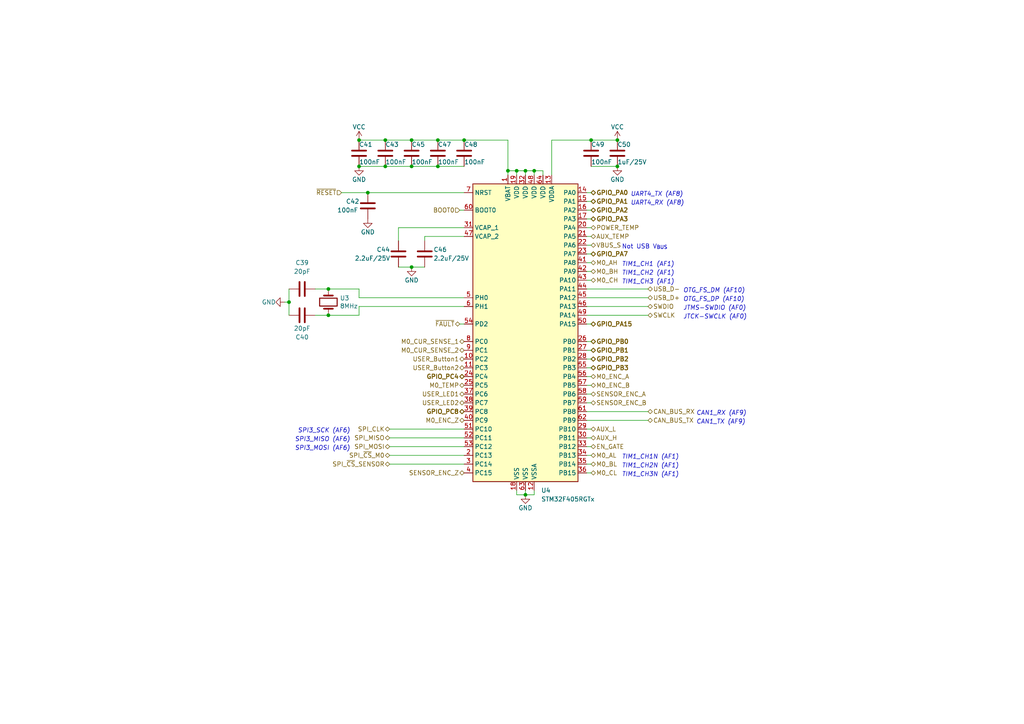
<source format=kicad_sch>
(kicad_sch (version 20211123) (generator eeschema)
  (paper "A4")
  (title_block (comment 1 "Output current sunk/source by any I/Os and control pin is 25mA MAX"))
  (lib_symbols
    (symbol "Device:C" (pin_numbers hide) (pin_names (offset 0.254))
      (property "Reference" "C" (at 0.635 2.54 0))
      (property "Value" "C" (at 0.635 -2.54 0))
      (symbol "C_0_1"
        (polyline (pts (xy -2.032 -0.762) (xy 2.032 -0.762)) (stroke (width 0.508)))
        (polyline (pts (xy -2.032 0.762) (xy 2.032 0.762)) (stroke (width 0.508)))
      )
      (symbol "C_1_1"
        (pin passive line (at 0 3.81 270) (length 2.794) (name "~") (number "1"))
        (pin passive line (at 0 -3.81 90) (length 2.794) (name "~") (number "2"))
      )
    )
    (symbol "Device:Crystal" (pin_numbers hide) (pin_names (offset 1.016) hide)
      (property "Reference" "Y" (at 0 3.81 0))
      (property "Value" "Crystal" (at 0 -3.81 0))
      (symbol "Crystal_0_1"
        (rectangle (start -1.143 2.54) (end 1.143 -2.54) (stroke (width 0.3048)))
        (polyline (pts (xy -2.54 0) (xy -1.905 0)))
        (polyline (pts (xy -1.905 -1.27) (xy -1.905 1.27)) (stroke (width 0.508)))
        (polyline (pts (xy 1.905 -1.27) (xy 1.905 1.27)) (stroke (width 0.508)))
        (polyline (pts (xy 2.54 0) (xy 1.905 0)))
      )
      (symbol "Crystal_1_1"
        (pin passive line (at -3.81 0 0) (length 1.27) (name "1") (number "1"))
        (pin passive line (at 3.81 0 180) (length 1.27) (name "2") (number "2"))
      )
    )
    (symbol "MCU_ST_STM32F4:STM32F405RGTx"
      (property "Reference" "U" (at -15.24 44.45 0))
      (property "Value" "STM32F405RGTx" (at 10.16 44.45 0))
      (symbol "STM32F405RGTx_0_1"
        (rectangle (start -15.24 -43.18) (end 15.24 43.18) (stroke (width 0.254)) (fill (type background)))
      )
      (symbol "STM32F405RGTx_1_1"
        (pin power_in line (at -5.08 45.72 270) (length 2.54) (name "VBAT") (number "1"))
        (pin bidirectional line (at -17.78 -7.62 0) (length 2.54) (name "PC2") (number "10"))
        (pin bidirectional line (at -17.78 -10.16 0) (length 2.54) (name "PC3") (number "11"))
        (pin power_in line (at 2.54 -45.72 90) (length 2.54) (name "VSSA") (number "12"))
        (pin power_in line (at 7.62 45.72 270) (length 2.54) (name "VDDA") (number "13"))
        (pin bidirectional line (at 17.78 40.64 180) (length 2.54) (name "PA0") (number "14"))
        (pin bidirectional line (at 17.78 38.1 180) (length 2.54) (name "PA1") (number "15"))
        (pin bidirectional line (at 17.78 35.56 180) (length 2.54) (name "PA2") (number "16"))
        (pin bidirectional line (at 17.78 33.02 180) (length 2.54) (name "PA3") (number "17"))
        (pin power_in line (at -2.54 -45.72 90) (length 2.54) (name "VSS") (number "18"))
        (pin power_in line (at -2.54 45.72 270) (length 2.54) (name "VDD") (number "19"))
        (pin bidirectional line (at -17.78 -35.56 0) (length 2.54) (name "PC13") (number "2"))
        (pin bidirectional line (at 17.78 30.48 180) (length 2.54) (name "PA4") (number "20"))
        (pin bidirectional line (at 17.78 27.94 180) (length 2.54) (name "PA5") (number "21"))
        (pin bidirectional line (at 17.78 25.4 180) (length 2.54) (name "PA6") (number "22"))
        (pin bidirectional line (at 17.78 22.86 180) (length 2.54) (name "PA7") (number "23"))
        (pin bidirectional line (at -17.78 -12.7 0) (length 2.54) (name "PC4") (number "24"))
        (pin bidirectional line (at -17.78 -15.24 0) (length 2.54) (name "PC5") (number "25"))
        (pin bidirectional line (at 17.78 -2.54 180) (length 2.54) (name "PB0") (number "26"))
        (pin bidirectional line (at 17.78 -5.08 180) (length 2.54) (name "PB1") (number "27"))
        (pin bidirectional line (at 17.78 -7.62 180) (length 2.54) (name "PB2") (number "28"))
        (pin bidirectional line (at 17.78 -27.94 180) (length 2.54) (name "PB10") (number "29"))
        (pin bidirectional line (at -17.78 -38.1 0) (length 2.54) (name "PC14") (number "3"))
        (pin bidirectional line (at 17.78 -30.48 180) (length 2.54) (name "PB11") (number "30"))
        (pin power_in line (at -17.78 30.48 0) (length 2.54) (name "VCAP_1") (number "31"))
        (pin power_in line (at 0 45.72 270) (length 2.54) (name "VDD") (number "32"))
        (pin bidirectional line (at 17.78 -33.02 180) (length 2.54) (name "PB12") (number "33"))
        (pin bidirectional line (at 17.78 -35.56 180) (length 2.54) (name "PB13") (number "34"))
        (pin bidirectional line (at 17.78 -38.1 180) (length 2.54) (name "PB14") (number "35"))
        (pin bidirectional line (at 17.78 -40.64 180) (length 2.54) (name "PB15") (number "36"))
        (pin bidirectional line (at -17.78 -17.78 0) (length 2.54) (name "PC6") (number "37"))
        (pin bidirectional line (at -17.78 -20.32 0) (length 2.54) (name "PC7") (number "38"))
        (pin bidirectional line (at -17.78 -22.86 0) (length 2.54) (name "PC8") (number "39"))
        (pin bidirectional line (at -17.78 -40.64 0) (length 2.54) (name "PC15") (number "4"))
        (pin bidirectional line (at -17.78 -25.4 0) (length 2.54) (name "PC9") (number "40"))
        (pin bidirectional line (at 17.78 20.32 180) (length 2.54) (name "PA8") (number "41"))
        (pin bidirectional line (at 17.78 17.78 180) (length 2.54) (name "PA9") (number "42"))
        (pin bidirectional line (at 17.78 15.24 180) (length 2.54) (name "PA10") (number "43"))
        (pin bidirectional line (at 17.78 12.7 180) (length 2.54) (name "PA11") (number "44"))
        (pin bidirectional line (at 17.78 10.16 180) (length 2.54) (name "PA12") (number "45"))
        (pin bidirectional line (at 17.78 7.62 180) (length 2.54) (name "PA13") (number "46"))
        (pin power_in line (at -17.78 27.94 0) (length 2.54) (name "VCAP_2") (number "47"))
        (pin power_in line (at 2.54 45.72 270) (length 2.54) (name "VDD") (number "48"))
        (pin bidirectional line (at 17.78 5.08 180) (length 2.54) (name "PA14") (number "49"))
        (pin input line (at -17.78 10.16 0) (length 2.54) (name "PH0") (number "5"))
        (pin bidirectional line (at 17.78 2.54 180) (length 2.54) (name "PA15") (number "50"))
        (pin bidirectional line (at -17.78 -27.94 0) (length 2.54) (name "PC10") (number "51"))
        (pin bidirectional line (at -17.78 -30.48 0) (length 2.54) (name "PC11") (number "52"))
        (pin bidirectional line (at -17.78 -33.02 0) (length 2.54) (name "PC12") (number "53"))
        (pin bidirectional line (at -17.78 2.54 0) (length 2.54) (name "PD2") (number "54"))
        (pin bidirectional line (at 17.78 -10.16 180) (length 2.54) (name "PB3") (number "55"))
        (pin bidirectional line (at 17.78 -12.7 180) (length 2.54) (name "PB4") (number "56"))
        (pin bidirectional line (at 17.78 -15.24 180) (length 2.54) (name "PB5") (number "57"))
        (pin bidirectional line (at 17.78 -17.78 180) (length 2.54) (name "PB6") (number "58"))
        (pin bidirectional line (at 17.78 -20.32 180) (length 2.54) (name "PB7") (number "59"))
        (pin input line (at -17.78 7.62 0) (length 2.54) (name "PH1") (number "6"))
        (pin input line (at -17.78 35.56 0) (length 2.54) (name "BOOT0") (number "60"))
        (pin bidirectional line (at 17.78 -22.86 180) (length 2.54) (name "PB8") (number "61"))
        (pin bidirectional line (at 17.78 -25.4 180) (length 2.54) (name "PB9") (number "62"))
        (pin power_in line (at 0 -45.72 90) (length 2.54) (name "VSS") (number "63"))
        (pin power_in line (at 5.08 45.72 270) (length 2.54) (name "VDD") (number "64"))
        (pin input line (at -17.78 40.64 0) (length 2.54) (name "NRST") (number "7"))
        (pin bidirectional line (at -17.78 -2.54 0) (length 2.54) (name "PC0") (number "8"))
        (pin bidirectional line (at -17.78 -5.08 0) (length 2.54) (name "PC1") (number "9"))
      )
    )
    (symbol "power:GND" (power) (pin_names (offset 0))
      (property "Value" "GND" (at 0 -3.81 0))
      (symbol "GND_0_1"
        (polyline (pts (xy 0 0) (xy 0 -1.27) (xy 1.27 -1.27) (xy 0 -2.54) (xy -1.27 -1.27) (xy 0 -1.27)))
      )
      (symbol "GND_1_1"
        (pin power_in line (at 0 0 270) (length 0) hide (name "GND") (number "1"))
      )
    )
    (symbol "power:VCC" (power) (pin_names (offset 0))
      (property "Value" "VCC" (at 0 3.81 0))
      (symbol "VCC_0_1"
        (polyline (pts (xy -0.762 1.27) (xy 0 2.54)))
        (polyline (pts (xy 0 0) (xy 0 2.54)))
        (polyline (pts (xy 0 2.54) (xy 0.762 1.27)))
      )
      (symbol "VCC_1_1"
        (pin power_in line (at 0 0 90) (length 0) hide (name "VCC") (number "1"))
      )
    )
  )
  (junction (at 149.86 49.53))
  (junction (at 104.14 48.26))
  (junction (at 83.82 87.63))
  (junction (at 152.4 143.51))
  (junction (at 134.62 40.64))
  (junction (at 119.38 40.64))
  (junction (at 127 48.26))
  (junction (at 104.14 40.64))
  (junction (at 111.76 48.26))
  (junction (at 154.94 49.53))
  (junction (at 119.38 48.26))
  (junction (at 95.25 91.44))
  (junction (at 147.32 49.53))
  (junction (at 152.4 49.53))
  (junction (at 106.68 55.88))
  (junction (at 171.45 40.64))
  (junction (at 119.38 77.47))
  (junction (at 95.25 83.82))
  (junction (at 179.07 48.26))
  (junction (at 111.76 40.64))
  (junction (at 127 40.64))
  (junction (at 179.07 40.64))
  (wire (pts (xy 171.45 68.58) (xy 170.18 68.58)))
  (wire (pts (xy 154.94 49.53) (xy 154.94 50.8)))
  (wire (pts (xy 83.82 83.82) (xy 83.82 87.63)))
  (wire (pts (xy 113.03 127) (xy 134.62 127)))
  (wire (pts (xy 149.86 142.24) (xy 149.86 143.51)))
  (wire (pts (xy 104.14 83.82) (xy 95.25 83.82)))
  (wire (pts (xy 82.55 87.63) (xy 83.82 87.63)))
  (wire (pts (xy 171.45 78.74) (xy 170.18 78.74)))
  (wire (pts (xy 171.45 114.3) (xy 170.18 114.3)))
  (wire (pts (xy 171.45 129.54) (xy 170.18 129.54)))
  (wire (pts (xy 187.96 91.44) (xy 170.18 91.44)))
  (wire (pts (xy 171.45 106.68) (xy 170.18 106.68)))
  (wire (pts (xy 91.44 91.44) (xy 95.25 91.44)))
  (wire (pts (xy 152.4 49.53) (xy 149.86 49.53)))
  (wire (pts (xy 171.45 137.16) (xy 170.18 137.16)))
  (wire (pts (xy 171.45 71.12) (xy 170.18 71.12)))
  (wire (pts (xy 133.35 93.98) (xy 134.62 93.98)))
  (wire (pts (xy 171.45 111.76) (xy 170.18 111.76)))
  (wire (pts (xy 187.96 88.9) (xy 170.18 88.9)))
  (wire (pts (xy 149.86 143.51) (xy 152.4 143.51)))
  (wire (pts (xy 152.4 49.53) (xy 152.4 50.8)))
  (wire (pts (xy 149.86 49.53) (xy 147.32 49.53)))
  (wire (pts (xy 154.94 143.51) (xy 154.94 142.24)))
  (wire (pts (xy 134.62 66.04) (xy 115.57 66.04)))
  (wire (pts (xy 170.18 121.92) (xy 187.96 121.92)))
  (wire (pts (xy 171.45 93.98) (xy 170.18 93.98)))
  (wire (pts (xy 171.45 40.64) (xy 179.07 40.64)))
  (wire (pts (xy 171.45 55.88) (xy 170.18 55.88)))
  (wire (pts (xy 111.76 40.64) (xy 104.14 40.64)))
  (wire (pts (xy 154.94 49.53) (xy 152.4 49.53)))
  (wire (pts (xy 171.45 66.04) (xy 170.18 66.04)))
  (wire (pts (xy 147.32 40.64) (xy 134.62 40.64)))
  (wire (pts (xy 171.45 101.6) (xy 170.18 101.6)))
  (wire (pts (xy 171.45 127) (xy 170.18 127)))
  (wire (pts (xy 134.62 86.36) (xy 104.14 86.36)))
  (wire (pts (xy 119.38 40.64) (xy 111.76 40.64)))
  (wire (pts (xy 171.45 132.08) (xy 170.18 132.08)))
  (wire (pts (xy 134.62 40.64) (xy 127 40.64)))
  (wire (pts (xy 104.14 86.36) (xy 104.14 83.82)))
  (wire (pts (xy 134.62 68.58) (xy 123.19 68.58)))
  (wire (pts (xy 171.45 124.46) (xy 170.18 124.46)))
  (wire (pts (xy 160.02 40.64) (xy 171.45 40.64)))
  (wire (pts (xy 171.45 76.2) (xy 170.18 76.2)))
  (wire (pts (xy 119.38 77.47) (xy 123.19 77.47)))
  (wire (pts (xy 111.76 48.26) (xy 119.38 48.26)))
  (wire (pts (xy 104.14 48.26) (xy 111.76 48.26)))
  (wire (pts (xy 157.48 50.8) (xy 157.48 49.53)))
  (wire (pts (xy 171.45 48.26) (xy 179.07 48.26)))
  (wire (pts (xy 171.45 60.96) (xy 170.18 60.96)))
  (wire (pts (xy 171.45 99.06) (xy 170.18 99.06)))
  (wire (pts (xy 170.18 83.82) (xy 187.96 83.82)))
  (wire (pts (xy 123.19 68.58) (xy 123.19 69.85)))
  (wire (pts (xy 91.44 83.82) (xy 95.25 83.82)))
  (wire (pts (xy 106.68 55.88) (xy 134.62 55.88)))
  (wire (pts (xy 134.62 88.9) (xy 104.14 88.9)))
  (wire (pts (xy 171.45 116.84) (xy 170.18 116.84)))
  (wire (pts (xy 104.14 88.9) (xy 104.14 91.44)))
  (wire (pts (xy 127 40.64) (xy 119.38 40.64)))
  (wire (pts (xy 113.03 134.62) (xy 134.62 134.62)))
  (wire (pts (xy 119.38 48.26) (xy 127 48.26)))
  (wire (pts (xy 104.14 91.44) (xy 95.25 91.44)))
  (wire (pts (xy 171.45 109.22) (xy 170.18 109.22)))
  (wire (pts (xy 171.45 81.28) (xy 170.18 81.28)))
  (wire (pts (xy 133.35 60.96) (xy 134.62 60.96)))
  (wire (pts (xy 152.4 143.51) (xy 154.94 143.51)))
  (wire (pts (xy 147.32 49.53) (xy 147.32 40.64)))
  (wire (pts (xy 171.45 63.5) (xy 170.18 63.5)))
  (wire (pts (xy 83.82 87.63) (xy 83.82 91.44)))
  (wire (pts (xy 171.45 58.42) (xy 170.18 58.42)))
  (wire (pts (xy 149.86 49.53) (xy 149.86 50.8)))
  (wire (pts (xy 99.06 55.88) (xy 106.68 55.88)))
  (wire (pts (xy 171.45 73.66) (xy 170.18 73.66)))
  (wire (pts (xy 113.03 124.46) (xy 134.62 124.46)))
  (wire (pts (xy 160.02 50.8) (xy 160.02 40.64)))
  (wire (pts (xy 170.18 119.38) (xy 187.96 119.38)))
  (wire (pts (xy 152.4 142.24) (xy 152.4 143.51)))
  (wire (pts (xy 127 48.26) (xy 134.62 48.26)))
  (wire (pts (xy 115.57 66.04) (xy 115.57 69.85)))
  (wire (pts (xy 115.57 77.47) (xy 119.38 77.47)))
  (wire (pts (xy 113.03 132.08) (xy 134.62 132.08)))
  (wire (pts (xy 113.03 129.54) (xy 134.62 129.54)))
  (wire (pts (xy 171.45 134.62) (xy 170.18 134.62)))
  (wire (pts (xy 170.18 86.36) (xy 187.96 86.36)))
  (wire (pts (xy 147.32 49.53) (xy 147.32 50.8)))
  (wire (pts (xy 157.48 49.53) (xy 154.94 49.53)))
  (wire (pts (xy 171.45 104.14) (xy 170.18 104.14)))
  (text "UART4_TX (AF8)" (at 182.88 57.15 0) (effects (font (size 1.27 1.27) italic) (justify left bottom)))
  (text "TIM1_CH2 (AF1)" (at 180.34 80.01 0) (effects (font (size 1.27 1.27) italic) (justify left bottom)))
  (text "TIM1_CH1 (AF1)" (at 180.34 77.47 0) (effects (font (size 1.27 1.27) italic) (justify left bottom)))
  (text "TIM1_CH1N (AF1)" (at 180.34 133.35 0) (effects (font (size 1.27 1.27) italic) (justify left bottom)))
  (text "TIM1_CH2N (AF1)" (at 180.34 135.89 0) (effects (font (size 1.27 1.27) italic) (justify left bottom)))
  (text "TIM1_CH3 (AF1)" (at 180.34 82.55 0) (effects (font (size 1.27 1.27) italic) (justify left bottom)))
  (text "TIM1_CH3N (AF1)" (at 180.34 138.43 0) (effects (font (size 1.27 1.27) italic) (justify left bottom)))
  (text "SPI3_SCK (AF6)" (at 101.6 125.73 180) (effects (font (size 1.27 1.27) italic) (justify right bottom)))
  (text "JTMS-SWDIO (AF0)" (at 198.12 90.17 0) (effects (font (size 1.27 1.27) italic) (justify left bottom)))
  (text "SPI3_MOSI (AF6)" (at 101.6 130.81 180) (effects (font (size 1.27 1.27) italic) (justify right bottom)))
  (text "SPI3_MISO (AF6)" (at 101.6 128.27 180) (effects (font (size 1.27 1.27) italic) (justify right bottom)))
  (text "OTG_FS_DM (AF10)" (at 198.12 85.09 0) (effects (font (size 1.27 1.27) italic) (justify left bottom)))
  (text "CAN1_RX (AF9)" (at 201.93 120.65 0) (effects (font (size 1.27 1.27) italic) (justify left bottom)))
  (text "JTCK-SWCLK (AF0)" (at 198.12 92.71 0) (effects (font (size 1.27 1.27) italic) (justify left bottom)))
  (text "Not USB V_{BUS}" (at 180.34 72.39 0) (effects (font (size 1.27 1.27)) (justify left bottom)))
  (text "OTG_FS_DP (AF10)" (at 198.12 87.63 0) (effects (font (size 1.27 1.27) italic) (justify left bottom)))
  (text "CAN1_TX (AF9)" (at 201.93 123.19 0) (effects (font (size 1.27 1.27) italic) (justify left bottom)))
  (text "UART4_RX (AF8)" (at 182.88 59.69 0) (effects (font (size 1.27 1.27) italic) (justify left bottom)))
  (hierarchical_label "GPIO_PA15" (shape bidirectional) (at 171.45 93.98 0) (effects (font (thickness 0.254) bold)))
  (hierarchical_label "USER_LED1" (shape bidirectional) (at 134.62 114.3 180))
  (hierarchical_label "AUX_L" (shape bidirectional) (at 171.45 124.46 0))
  (hierarchical_label "M0_BH" (shape bidirectional) (at 171.45 78.74 0))
  (hierarchical_label "SWDIO" (shape bidirectional) (at 187.96 88.9 0))
  (hierarchical_label "M0_AL" (shape bidirectional) (at 171.45 132.08 0))
  (hierarchical_label "POWER_TEMP" (shape bidirectional) (at 171.45 66.04 0))
  (hierarchical_label "GPIO_PA2" (shape bidirectional) (at 171.45 60.96 0) (effects (font (thickness 0.254) bold)))
  (hierarchical_label "M0_CUR_SENSE_1" (shape bidirectional) (at 134.62 99.06 180))
  (hierarchical_label "M0_ENC_B" (shape bidirectional) (at 171.45 111.76 0))
  (hierarchical_label "CAN_BUS_TX" (shape bidirectional) (at 187.96 121.92 0))
  (hierarchical_label "USER_Button2" (shape bidirectional) (at 134.62 106.68 180))
  (hierarchical_label "GPIO_PC8" (shape bidirectional) (at 134.62 119.38 180) (effects (font (thickness 0.254) bold)))
  (hierarchical_label "SENSOR_ENC_B" (shape bidirectional) (at 171.45 116.84 0))
  (hierarchical_label "GPIO_PA3" (shape bidirectional) (at 171.45 63.5 0) (effects (font (thickness 0.254) bold)))
  (hierarchical_label "SWCLK" (shape bidirectional) (at 187.96 91.44 0))
  (hierarchical_label "M0_TEMP" (shape bidirectional) (at 134.62 111.76 180))
  (hierarchical_label "AUX_TEMP" (shape bidirectional) (at 171.45 68.58 0))
  (hierarchical_label "USER_LED2" (shape bidirectional) (at 134.62 116.84 180))
  (hierarchical_label "M0_CH" (shape bidirectional) (at 171.45 81.28 0))
  (hierarchical_label "USB_D+" (shape bidirectional) (at 187.96 86.36 0))
  (hierarchical_label "VBUS_S" (shape bidirectional) (at 171.45 71.12 0))
  (hierarchical_label "SPI_~{CS}_M0" (shape bidirectional) (at 113.03 132.08 180))
  (hierarchical_label "GPIO_PC4" (shape bidirectional) (at 134.62 109.22 180) (effects (font (thickness 0.254) bold)))
  (hierarchical_label "SENSOR_ENC_A" (shape bidirectional) (at 171.45 114.3 0))
  (hierarchical_label "GPIO_PB3" (shape bidirectional) (at 171.45 106.68 0) (effects (font (thickness 0.254) bold)))
  (hierarchical_label "M0_AH" (shape bidirectional) (at 171.45 76.2 0))
  (hierarchical_label "SENSOR_ENC_Z" (shape bidirectional) (at 134.62 137.16 180))
  (hierarchical_label "M0_BL" (shape bidirectional) (at 171.45 134.62 0))
  (hierarchical_label "GPIO_PB0" (shape bidirectional) (at 171.45 99.06 0) (effects (font (thickness 0.254) bold)))
  (hierarchical_label "BOOT0" (shape input) (at 133.35 60.96 180))
  (hierarchical_label "GPIO_PA1" (shape bidirectional) (at 171.45 58.42 0) (effects (font (thickness 0.254) bold)))
  (hierarchical_label "SPI_MISO" (shape bidirectional) (at 113.03 127 180))
  (hierarchical_label "~{RESET}" (shape input) (at 99.06 55.88 180))
  (hierarchical_label "SPI_~{CS}_SENSOR" (shape bidirectional) (at 113.03 134.62 180))
  (hierarchical_label "GPIO_PA0" (shape bidirectional) (at 171.45 55.88 0) (effects (font (thickness 0.254) bold)))
  (hierarchical_label "~{FAULT}" (shape bidirectional) (at 133.35 93.98 180))
  (hierarchical_label "USB_D-" (shape bidirectional) (at 187.96 83.82 0))
  (hierarchical_label "GPIO_PA7" (shape bidirectional) (at 171.45 73.66 0) (effects (font (thickness 0.254) bold)))
  (hierarchical_label "SPI_MOSI" (shape bidirectional) (at 113.03 129.54 180))
  (hierarchical_label "GPIO_PB2" (shape bidirectional) (at 171.45 104.14 0) (effects (font (thickness 0.254) bold)))
  (hierarchical_label "USER_Button1" (shape bidirectional) (at 134.62 104.14 180))
  (hierarchical_label "EN_GATE" (shape bidirectional) (at 171.45 129.54 0))
  (hierarchical_label "AUX_H" (shape bidirectional) (at 171.45 127 0))
  (hierarchical_label "M0_ENC_A" (shape bidirectional) (at 171.45 109.22 0))
  (hierarchical_label "SPI_CLK" (shape bidirectional) (at 113.03 124.46 180))
  (hierarchical_label "CAN_BUS_RX" (shape bidirectional) (at 187.96 119.38 0))
  (hierarchical_label "M0_CL" (shape bidirectional) (at 171.45 137.16 0))
  (hierarchical_label "M0_CUR_SENSE_2" (shape bidirectional) (at 134.62 101.6 180))
  (hierarchical_label "M0_ENC_Z" (shape bidirectional) (at 134.62 121.92 180))
  (hierarchical_label "GPIO_PB1" (shape bidirectional) (at 171.45 101.6 0) (effects (font (thickness 0.254) bold)))
  (symbol (lib_id "Device:C") (at 179.07 44.45 0) (unit 1)
    (property "Reference" "C50" (at 179.07 41.91 0) (effects (justify left)))
    (property "Value" "1uF/25V" (at 179.07 46.99 0) (effects (justify left)))
    (property "Footprint" "Capacitor_SMD:C_0402_1005Metric" (effects hide))
  )
  (symbol (lib_id "power:GND") (at 104.14 48.26 0) (unit 1)
    (property "Reference" "#PWR091" (effects hide))
    (property "Value" "GND" (at 104.14 52.07 0))
  )
  (symbol (lib_id "power:GND") (at 106.68 63.5 0) (unit 1)
    (property "Reference" "#PWR092" (effects hide))
    (property "Value" "GND" (at 106.68 67.31 0))
  )
  (symbol (lib_id "Device:C") (at 115.57 73.66 0) (unit 1)
    (property "Reference" "C44" (at 109.22 72.39 0) (effects (justify left)))
    (property "Value" "2.2uF/25V" (at 102.87 74.93 0) (effects (justify left)))
    (property "Footprint" "Capacitor_SMD:C_0402_1005Metric" (effects hide))
  )
  (symbol (lib_id "power:GND") (at 152.4 143.51 0) (unit 1)
    (property "Reference" "#PWR094" (effects hide))
    (property "Value" "GND" (at 152.4 147.32 0))
  )
  (symbol (lib_id "MCU_ST_STM32F4:STM32F405RGTx") (at 152.4 96.52 0) (unit 1)
    (property "Reference" "U4" (at 156.9594 142.24 0) (effects (justify left)))
    (property "Value" "STM32F405RGTx" (at 156.9594 144.78 0) (effects (justify left)))
    (property "Footprint" "Package_QFP:LQFP-64_10x10mm_P0.5mm" (effects hide))
    (property "Datasheet" "http://www.st.com/st-web-ui/static/active/en/resource/technical/document/datasheet/DM00037051.pdf" (effects hide))
    (property "JLCPCB Part #" "C15742" (effects hide))
    (property "MFR.Part #" "STM32F405RGT6" (effects hide))
  )
  (symbol (lib_id "Device:C") (at 104.14 44.45 0) (unit 1)
    (property "Reference" "C41" (at 104.14 41.91 0) (effects (justify left)))
    (property "Value" "100nF" (at 104.14 46.99 0) (effects (justify left)))
    (property "Footprint" "Capacitor_SMD:C_0402_1005Metric" (effects hide))
    (property "JLCPCB Part #" "C1525" (effects hide))
    (property "MFR.Part #" "CL05B104KO5NNNC" (effects hide))
  )
  (symbol (lib_id "Device:Crystal") (at 95.25 87.63 270) (unit 1)
    (property "Reference" "U3" (at 98.5774 86.4616 90) (effects (justify left)))
    (property "Value" "8MHz" (at 98.5774 88.773 90) (effects (justify left)))
    (property "Footprint" "Crystal:Crystal_SMD_5032-2Pin_5.0x3.2mm" (effects hide))
    (property "Datasheet" "https://media.digikey.com/pdf/Data%20Sheets/AVX%20PDFs/CX5032GB0yyyyyH0HPQZ1_Series_Spec.pdf" (effects hide))
    (property "MFR.Part #" "X50328MSB2GI" (effects hide))
    (property "JLCPCB Part #" "C115962" (effects hide))
  )
  (symbol (lib_id "Device:C") (at 134.62 44.45 0) (unit 1)
    (property "Reference" "C48" (at 134.62 41.91 0) (effects (justify left)))
    (property "Value" "100nF" (at 134.62 46.99 0) (effects (justify left)))
    (property "Footprint" "Capacitor_SMD:C_0402_1005Metric" (effects hide))
    (property "JLCPCB Part #" "C1525" (effects hide))
    (property "MFR.Part #" "CL05B104KO5NNNC" (effects hide))
  )
  (symbol (lib_id "Device:C") (at 119.38 44.45 0) (unit 1)
    (property "Reference" "C45" (at 119.38 41.91 0) (effects (justify left)))
    (property "Value" "100nF" (at 119.38 46.99 0) (effects (justify left)))
    (property "Footprint" "Capacitor_SMD:C_0402_1005Metric" (effects hide))
    (property "JLCPCB Part #" "C1525" (effects hide))
    (property "MFR.Part #" "CL05B104KO5NNNC" (effects hide))
  )
  (symbol (lib_id "power:VCC") (at 179.07 40.64 0) (unit 1)
    (property "Reference" "#PWR095" (effects hide))
    (property "Value" "VCC" (at 179.07 36.83 0))
  )
  (symbol (lib_id "Device:C") (at 106.68 59.69 0) (unit 1)
    (property "Reference" "C42" (at 100.33 58.42 0) (effects (justify left)))
    (property "Value" "100nF" (at 97.79 60.96 0) (effects (justify left)))
    (property "Footprint" "Capacitor_SMD:C_0402_1005Metric" (effects hide))
    (property "JLCPCB Part #" "C1525" (effects hide))
    (property "MFR.Part #" "CL05B104KO5NNNC" (effects hide))
  )
  (symbol (lib_id "Device:C") (at 87.63 83.82 90) (unit 1)
    (property "Reference" "C39" (at 87.63 76.2 90))
    (property "Value" "20pF" (at 87.63 78.74 90))
    (property "Footprint" "Capacitor_SMD:C_0402_1005Metric" (effects hide))
  )
  (symbol (lib_id "Device:C") (at 111.76 44.45 0) (unit 1)
    (property "Reference" "C43" (at 111.76 41.91 0) (effects (justify left)))
    (property "Value" "100nF" (at 111.76 46.99 0) (effects (justify left)))
    (property "Footprint" "Capacitor_SMD:C_0402_1005Metric" (effects hide))
    (property "JLCPCB Part #" "C1525" (effects hide))
    (property "MFR.Part #" "CL05B104KO5NNNC" (effects hide))
  )
  (symbol (lib_id "power:GND") (at 179.07 48.26 0) (unit 1)
    (property "Reference" "#PWR096" (effects hide))
    (property "Value" "GND" (at 179.07 52.07 0))
  )
  (symbol (lib_id "power:VCC") (at 104.14 40.64 0) (unit 1)
    (property "Reference" "#PWR090" (effects hide))
    (property "Value" "VCC" (at 104.14 36.83 0))
  )
  (symbol (lib_id "Device:C") (at 127 44.45 0) (unit 1)
    (property "Reference" "C47" (at 127 41.91 0) (effects (justify left)))
    (property "Value" "100nF" (at 127 46.99 0) (effects (justify left)))
    (property "Footprint" "Capacitor_SMD:C_0402_1005Metric" (effects hide))
    (property "JLCPCB Part #" "C1525" (effects hide))
    (property "MFR.Part #" "CL05B104KO5NNNC" (effects hide))
  )
  (symbol (lib_id "power:GND") (at 119.38 77.47 0) (unit 1)
    (property "Reference" "#PWR093" (effects hide))
    (property "Value" "GND" (at 119.38 81.28 0))
  )
  (symbol (lib_id "power:GND") (at 82.55 87.63 270) (unit 1)
    (property "Reference" "#PWR089" (effects hide))
    (property "Value" "GND" (at 80.01 87.63 90) (effects (justify right)))
  )
  (symbol (lib_id "Device:C") (at 87.63 91.44 90) (unit 1)
    (property "Reference" "C40" (at 87.63 97.79 90))
    (property "Value" "20pF" (at 87.63 95.25 90))
    (property "Footprint" "Capacitor_SMD:C_0402_1005Metric" (effects hide))
  )
  (symbol (lib_id "Device:C") (at 123.19 73.66 0) (unit 1)
    (property "Reference" "C46" (at 125.73 72.39 0) (effects (justify left)))
    (property "Value" "2.2uF/25V" (at 125.73 74.93 0) (effects (justify left)))
    (property "Footprint" "Capacitor_SMD:C_0402_1005Metric" (effects hide))
  )
  (symbol (lib_id "Device:C") (at 171.45 44.45 0) (unit 1)
    (property "Reference" "C49" (at 171.45 41.91 0) (effects (justify left)))
    (property "Value" "100nF" (at 171.45 46.99 0) (effects (justify left)))
    (property "Footprint" "Capacitor_SMD:C_0402_1005Metric" (effects hide))
    (property "JLCPCB Part #" "C1525" (effects hide))
    (property "MFR.Part #" "CL05B104KO5NNNC" (effects hide))
  )
)
</source>
